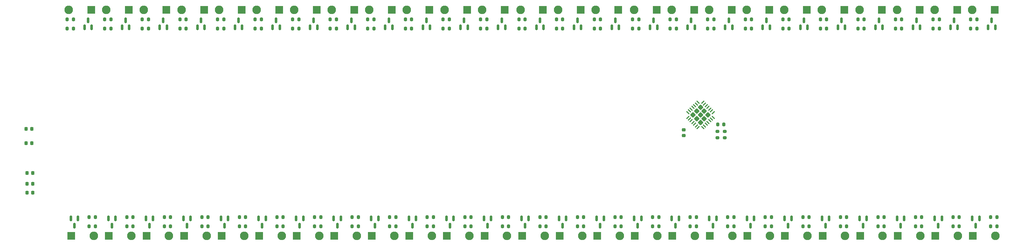
<source format=gbr>
%TF.GenerationSoftware,KiCad,Pcbnew,8.0.7*%
%TF.CreationDate,2025-01-10T02:59:42+01:00*%
%TF.ProjectId,laserboard_2.0,6c617365-7262-46f6-9172-645f322e302e,rev?*%
%TF.SameCoordinates,Original*%
%TF.FileFunction,Paste,Top*%
%TF.FilePolarity,Positive*%
%FSLAX46Y46*%
G04 Gerber Fmt 4.6, Leading zero omitted, Abs format (unit mm)*
G04 Created by KiCad (PCBNEW 8.0.7) date 2025-01-10 02:59:42*
%MOMM*%
%LPD*%
G01*
G04 APERTURE LIST*
G04 Aperture macros list*
%AMRoundRect*
0 Rectangle with rounded corners*
0 $1 Rounding radius*
0 $2 $3 $4 $5 $6 $7 $8 $9 X,Y pos of 4 corners*
0 Add a 4 corners polygon primitive as box body*
4,1,4,$2,$3,$4,$5,$6,$7,$8,$9,$2,$3,0*
0 Add four circle primitives for the rounded corners*
1,1,$1+$1,$2,$3*
1,1,$1+$1,$4,$5*
1,1,$1+$1,$6,$7*
1,1,$1+$1,$8,$9*
0 Add four rect primitives between the rounded corners*
20,1,$1+$1,$2,$3,$4,$5,0*
20,1,$1+$1,$4,$5,$6,$7,0*
20,1,$1+$1,$6,$7,$8,$9,0*
20,1,$1+$1,$8,$9,$2,$3,0*%
G04 Aperture macros list end*
%ADD10RoundRect,0.200000X-0.200000X-0.275000X0.200000X-0.275000X0.200000X0.275000X-0.200000X0.275000X0*%
%ADD11RoundRect,0.150000X-0.150000X0.587500X-0.150000X-0.587500X0.150000X-0.587500X0.150000X0.587500X0*%
%ADD12RoundRect,0.200000X0.200000X0.275000X-0.200000X0.275000X-0.200000X-0.275000X0.200000X-0.275000X0*%
%ADD13R,2.000000X2.000000*%
%ADD14C,2.286000*%
%ADD15RoundRect,0.150000X0.150000X-0.587500X0.150000X0.587500X-0.150000X0.587500X-0.150000X-0.587500X0*%
%ADD16RoundRect,0.225000X-0.225000X-0.250000X0.225000X-0.250000X0.225000X0.250000X-0.225000X0.250000X0*%
%ADD17RoundRect,0.225000X-0.250000X0.225000X-0.250000X-0.225000X0.250000X-0.225000X0.250000X0.225000X0*%
%ADD18RoundRect,0.200000X0.275000X-0.200000X0.275000X0.200000X-0.275000X0.200000X-0.275000X-0.200000X0*%
%ADD19RoundRect,0.250000X0.000000X-0.452548X0.452548X0.000000X0.000000X0.452548X-0.452548X0.000000X0*%
%ADD20RoundRect,0.075000X-0.256326X-0.362392X0.362392X0.256326X0.256326X0.362392X-0.362392X-0.256326X0*%
%ADD21RoundRect,0.075000X0.256326X-0.362392X0.362392X-0.256326X-0.256326X0.362392X-0.362392X0.256326X0*%
%ADD22RoundRect,0.218750X-0.218750X-0.256250X0.218750X-0.256250X0.218750X0.256250X-0.218750X0.256250X0*%
G04 APERTURE END LIST*
D10*
%TO.C,R86*%
X254175000Y-108000000D03*
X255825000Y-108000000D03*
%TD*%
D11*
%TO.C,Q16*%
X246500000Y-158625000D03*
X244600000Y-158625000D03*
X245550000Y-160500000D03*
%TD*%
%TO.C,Q20*%
X286500000Y-158625000D03*
X284600000Y-158625000D03*
X285550000Y-160500000D03*
%TD*%
D12*
%TO.C,R4*%
X101150000Y-158250000D03*
X99500000Y-158250000D03*
%TD*%
D13*
%TO.C,LD4*%
X124750000Y-163250000D03*
D14*
X130750000Y-163250000D03*
%TD*%
D15*
%TO.C,Q34*%
X178324999Y-107625000D03*
X180224999Y-107625000D03*
X179274999Y-105750000D03*
%TD*%
D12*
%TO.C,R38*%
X271150000Y-158250000D03*
X269500000Y-158250000D03*
%TD*%
%TO.C,R65*%
X145325000Y-105500000D03*
X143675000Y-105500000D03*
%TD*%
D10*
%TO.C,R23*%
X189500000Y-160750000D03*
X191150000Y-160750000D03*
%TD*%
D15*
%TO.C,Q48*%
X318824999Y-107625000D03*
X320724999Y-107625000D03*
X319774999Y-105750000D03*
%TD*%
%TO.C,Q44*%
X278824999Y-107625000D03*
X280724999Y-107625000D03*
X279774999Y-105750000D03*
%TD*%
D13*
%TO.C,LD27*%
X110025001Y-103000000D03*
D14*
X104025001Y-103000000D03*
%TD*%
D13*
%TO.C,LD35*%
X190075001Y-103000000D03*
D14*
X184075001Y-103000000D03*
%TD*%
D13*
%TO.C,LD34*%
X180075000Y-103000000D03*
D14*
X174075000Y-103000000D03*
%TD*%
D10*
%TO.C,R17*%
X159500000Y-160750000D03*
X161150000Y-160750000D03*
%TD*%
D15*
%TO.C,Q42*%
X258824999Y-107625000D03*
X260724999Y-107625000D03*
X259774999Y-105750000D03*
%TD*%
D13*
%TO.C,LD6*%
X144750000Y-163250000D03*
D14*
X150750000Y-163250000D03*
%TD*%
D12*
%TO.C,R6*%
X111150000Y-158250000D03*
X109500000Y-158250000D03*
%TD*%
%TO.C,R32*%
X241150000Y-158250000D03*
X239500000Y-158250000D03*
%TD*%
D10*
%TO.C,R5*%
X99500000Y-160750000D03*
X101150000Y-160750000D03*
%TD*%
%TO.C,R49*%
X319500000Y-160750000D03*
X321150000Y-160750000D03*
%TD*%
D16*
%TO.C,C2*%
X82950000Y-151750000D03*
X84500000Y-151750000D03*
%TD*%
%TO.C,C3*%
X82700000Y-138500000D03*
X84250000Y-138500000D03*
%TD*%
D13*
%TO.C,LD16*%
X244750000Y-163250000D03*
D14*
X250750000Y-163250000D03*
%TD*%
D10*
%TO.C,R84*%
X244175000Y-108000000D03*
X245825000Y-108000000D03*
%TD*%
D15*
%TO.C,Q46*%
X298824999Y-107625000D03*
X300724999Y-107625000D03*
X299774999Y-105750000D03*
%TD*%
D17*
%TO.C,C5*%
X257750000Y-134975000D03*
X257750000Y-136525000D03*
%TD*%
D11*
%TO.C,Q21*%
X296500000Y-158625000D03*
X294600000Y-158625000D03*
X295550000Y-160500000D03*
%TD*%
D13*
%TO.C,LD33*%
X170075000Y-103000000D03*
D14*
X164075000Y-103000000D03*
%TD*%
D12*
%TO.C,R24*%
X201150000Y-158250000D03*
X199500000Y-158250000D03*
%TD*%
D11*
%TO.C,Q22*%
X306500000Y-158625000D03*
X304600000Y-158625000D03*
X305550000Y-160500000D03*
%TD*%
D15*
%TO.C,Q40*%
X238624999Y-107625000D03*
X240524999Y-107625000D03*
X239574999Y-105750000D03*
%TD*%
D10*
%TO.C,R78*%
X213925000Y-108000000D03*
X215575000Y-108000000D03*
%TD*%
%TO.C,R47*%
X309500000Y-160750000D03*
X311150000Y-160750000D03*
%TD*%
D13*
%TO.C,LD25*%
X334750000Y-163250000D03*
D14*
X340750000Y-163250000D03*
%TD*%
D12*
%TO.C,R36*%
X261150000Y-158250000D03*
X259500000Y-158250000D03*
%TD*%
%TO.C,R26*%
X211150000Y-158250000D03*
X209500000Y-158250000D03*
%TD*%
%TO.C,R71*%
X175325000Y-105500000D03*
X173675000Y-105500000D03*
%TD*%
D13*
%TO.C,LD31*%
X150075000Y-103000000D03*
D14*
X144075000Y-103000000D03*
%TD*%
D10*
%TO.C,R45*%
X299500000Y-160750000D03*
X301150000Y-160750000D03*
%TD*%
D13*
%TO.C,LD43*%
X270575000Y-103000000D03*
D14*
X264575000Y-103000000D03*
%TD*%
D13*
%TO.C,LD19*%
X274750000Y-163250000D03*
D14*
X280750000Y-163250000D03*
%TD*%
D11*
%TO.C,Q18*%
X266500000Y-158625000D03*
X264600000Y-158625000D03*
X265550000Y-160500000D03*
%TD*%
D10*
%TO.C,R13*%
X139500000Y-160750000D03*
X141150000Y-160750000D03*
%TD*%
%TO.C,R92*%
X284175000Y-108000000D03*
X285825000Y-108000000D03*
%TD*%
%TO.C,R60*%
X123675001Y-108000000D03*
X125325001Y-108000000D03*
%TD*%
%TO.C,R9*%
X119500000Y-160750000D03*
X121150000Y-160750000D03*
%TD*%
D11*
%TO.C,Q15*%
X236500000Y-158625000D03*
X234600000Y-158625000D03*
X235550000Y-160500000D03*
%TD*%
D15*
%TO.C,Q31*%
X148324999Y-107625000D03*
X150224999Y-107625000D03*
X149274999Y-105750000D03*
%TD*%
D13*
%TO.C,LD14*%
X224750000Y-163250000D03*
D14*
X230750000Y-163250000D03*
%TD*%
D13*
%TO.C,LD36*%
X200125001Y-103000000D03*
D14*
X194125001Y-103000000D03*
%TD*%
D10*
%TO.C,R41*%
X279500000Y-160750000D03*
X281150000Y-160750000D03*
%TD*%
D18*
%TO.C,R2*%
X266750000Y-137075000D03*
X266750000Y-135425000D03*
%TD*%
D16*
%TO.C,C4*%
X82700000Y-134750000D03*
X84250000Y-134750000D03*
%TD*%
D15*
%TO.C,Q47*%
X308824999Y-107625000D03*
X310724999Y-107625000D03*
X309774999Y-105750000D03*
%TD*%
D10*
%TO.C,R56*%
X103625001Y-108000000D03*
X105275001Y-108000000D03*
%TD*%
D13*
%TO.C,LD46*%
X300575000Y-103000000D03*
D14*
X294575000Y-103000000D03*
%TD*%
D15*
%TO.C,Q33*%
X168324999Y-107625000D03*
X170224999Y-107625000D03*
X169274999Y-105750000D03*
%TD*%
D10*
%TO.C,R88*%
X264175000Y-108000000D03*
X265825000Y-108000000D03*
%TD*%
D15*
%TO.C,Q38*%
X218574999Y-107625000D03*
X220474999Y-107625000D03*
X219524999Y-105750000D03*
%TD*%
D13*
%TO.C,LD40*%
X240375000Y-103000000D03*
D14*
X234375000Y-103000000D03*
%TD*%
D12*
%TO.C,R99*%
X315825000Y-105500000D03*
X314175000Y-105500000D03*
%TD*%
D13*
%TO.C,LD22*%
X304750000Y-163250000D03*
D14*
X310750000Y-163250000D03*
%TD*%
D10*
%TO.C,R29*%
X219500000Y-160750000D03*
X221150000Y-160750000D03*
%TD*%
D13*
%TO.C,LD28*%
X120025001Y-103000000D03*
D14*
X114025001Y-103000000D03*
%TD*%
D12*
%TO.C,R69*%
X165325000Y-105500000D03*
X163675000Y-105500000D03*
%TD*%
D11*
%TO.C,Q25*%
X336500000Y-158625000D03*
X334600000Y-158625000D03*
X335550000Y-160500000D03*
%TD*%
D12*
%TO.C,R16*%
X161150000Y-158250000D03*
X159500000Y-158250000D03*
%TD*%
D10*
%TO.C,R96*%
X304175000Y-108000000D03*
X305825000Y-108000000D03*
%TD*%
D13*
%TO.C,LD47*%
X310575000Y-103000000D03*
D14*
X304575000Y-103000000D03*
%TD*%
D10*
%TO.C,R72*%
X183675001Y-108000000D03*
X185325001Y-108000000D03*
%TD*%
D11*
%TO.C,Q11*%
X196500000Y-158625000D03*
X194600000Y-158625000D03*
X195550000Y-160500000D03*
%TD*%
D12*
%TO.C,R22*%
X191150000Y-158250000D03*
X189500000Y-158250000D03*
%TD*%
D19*
%TO.C,Expander*%
X261237725Y-132004092D03*
X260233634Y-131000000D03*
X262241817Y-133008183D03*
X261237725Y-129995908D03*
X262241817Y-131000000D03*
X263245909Y-132004092D03*
X262241817Y-128991817D03*
X264250000Y-131000000D03*
X263245909Y-129995908D03*
D20*
X258856543Y-131627557D03*
X259316163Y-132087177D03*
X259775782Y-132546796D03*
X260235402Y-133006415D03*
X260695021Y-133466035D03*
X261154640Y-133925654D03*
X261614260Y-134385274D03*
D21*
X262869374Y-134385274D03*
X263328994Y-133925654D03*
X263788613Y-133466035D03*
X264248232Y-133006415D03*
X264707852Y-132546796D03*
X265167471Y-132087177D03*
X265627091Y-131627557D03*
D20*
X265627091Y-130372443D03*
X265167471Y-129912823D03*
X264707852Y-129453204D03*
X264248232Y-128993585D03*
X263788613Y-128533965D03*
X263328994Y-128074346D03*
X262869374Y-127614726D03*
D21*
X261614260Y-127614726D03*
X261154640Y-128074346D03*
X260695021Y-128533965D03*
X260235402Y-128993585D03*
X259775782Y-129453204D03*
X259316163Y-129912823D03*
X258856543Y-130372443D03*
%TD*%
D11*
%TO.C,Q24*%
X326500000Y-158625000D03*
X324600000Y-158625000D03*
X325550000Y-160500000D03*
%TD*%
D12*
%TO.C,R12*%
X141150000Y-158250000D03*
X139500000Y-158250000D03*
%TD*%
D13*
%TO.C,LD11*%
X194750000Y-163250000D03*
D14*
X200750000Y-163250000D03*
%TD*%
D10*
%TO.C,R35*%
X249500000Y-160750000D03*
X251150000Y-160750000D03*
%TD*%
%TO.C,R37*%
X259500000Y-160750000D03*
X261150000Y-160750000D03*
%TD*%
D12*
%TO.C,R20*%
X181150000Y-158250000D03*
X179500000Y-158250000D03*
%TD*%
D10*
%TO.C,R11*%
X129500000Y-160750000D03*
X131150000Y-160750000D03*
%TD*%
%TO.C,R74*%
X193725001Y-108000000D03*
X195375001Y-108000000D03*
%TD*%
D13*
%TO.C,LD12*%
X204750000Y-163250000D03*
D14*
X210750000Y-163250000D03*
%TD*%
D13*
%TO.C,LD9*%
X174750000Y-163250000D03*
D14*
X180750000Y-163250000D03*
%TD*%
D13*
%TO.C,LD20*%
X284750000Y-163250000D03*
D14*
X290750000Y-163250000D03*
%TD*%
D10*
%TO.C,R54*%
X93625001Y-108000000D03*
X95275001Y-108000000D03*
%TD*%
D18*
%TO.C,R3*%
X268750000Y-137075000D03*
X268750000Y-135425000D03*
%TD*%
D10*
%TO.C,R7*%
X109500000Y-160750000D03*
X111150000Y-160750000D03*
%TD*%
%TO.C,R90*%
X274175000Y-108000000D03*
X275825000Y-108000000D03*
%TD*%
D12*
%TO.C,R10*%
X131150000Y-158250000D03*
X129500000Y-158250000D03*
%TD*%
D15*
%TO.C,Q50*%
X338824999Y-107625000D03*
X340724999Y-107625000D03*
X339774999Y-105750000D03*
%TD*%
%TO.C,Q36*%
X198375000Y-107625000D03*
X200275000Y-107625000D03*
X199325000Y-105750000D03*
%TD*%
D10*
%TO.C,R53*%
X339500000Y-160750000D03*
X341150000Y-160750000D03*
%TD*%
D12*
%TO.C,R40*%
X281150000Y-158250000D03*
X279500000Y-158250000D03*
%TD*%
%TO.C,R55*%
X95275001Y-105500000D03*
X93625001Y-105500000D03*
%TD*%
%TO.C,R44*%
X301150000Y-158250000D03*
X299500000Y-158250000D03*
%TD*%
D15*
%TO.C,Q35*%
X188325000Y-107625000D03*
X190225000Y-107625000D03*
X189275000Y-105750000D03*
%TD*%
D12*
%TO.C,R57*%
X105275001Y-105500000D03*
X103625001Y-105500000D03*
%TD*%
D13*
%TO.C,LD1*%
X94750000Y-163250000D03*
D14*
X100750000Y-163250000D03*
%TD*%
D13*
%TO.C,LD2*%
X104750000Y-163250000D03*
D14*
X110750000Y-163250000D03*
%TD*%
D13*
%TO.C,LD24*%
X324750000Y-163250000D03*
D14*
X330750000Y-163250000D03*
%TD*%
D11*
%TO.C,Q4*%
X126500000Y-158625000D03*
X124600000Y-158625000D03*
X125550000Y-160500000D03*
%TD*%
%TO.C,Q8*%
X166500000Y-158625000D03*
X164600000Y-158625000D03*
X165550000Y-160500000D03*
%TD*%
D10*
%TO.C,R43*%
X289500000Y-160750000D03*
X291150000Y-160750000D03*
%TD*%
D15*
%TO.C,Q27*%
X108275000Y-107625000D03*
X110175000Y-107625000D03*
X109225000Y-105750000D03*
%TD*%
D16*
%TO.C,C1*%
X82950000Y-149375000D03*
X84500000Y-149375000D03*
%TD*%
D10*
%TO.C,R80*%
X223925000Y-108000000D03*
X225575000Y-108000000D03*
%TD*%
%TO.C,R51*%
X329500000Y-160750000D03*
X331150000Y-160750000D03*
%TD*%
D13*
%TO.C,LD5*%
X134750000Y-163250000D03*
D14*
X140750000Y-163250000D03*
%TD*%
D10*
%TO.C,R39*%
X269500000Y-160750000D03*
X271150000Y-160750000D03*
%TD*%
%TO.C,R98*%
X314175000Y-108000000D03*
X315825000Y-108000000D03*
%TD*%
D12*
%TO.C,R52*%
X341150000Y-158250000D03*
X339500000Y-158250000D03*
%TD*%
%TO.C,R97*%
X305825000Y-105500000D03*
X304175000Y-105500000D03*
%TD*%
D13*
%TO.C,LD32*%
X160075000Y-103000000D03*
D14*
X154075000Y-103000000D03*
%TD*%
D15*
%TO.C,Q28*%
X118275000Y-107625000D03*
X120175000Y-107625000D03*
X119225000Y-105750000D03*
%TD*%
%TO.C,Q29*%
X128325000Y-107625000D03*
X130225000Y-107625000D03*
X129275000Y-105750000D03*
%TD*%
D12*
%TO.C,R48*%
X321150000Y-158250000D03*
X319500000Y-158250000D03*
%TD*%
%TO.C,R63*%
X135325000Y-105500000D03*
X133675000Y-105500000D03*
%TD*%
D10*
%TO.C,R15*%
X149500000Y-160750000D03*
X151150000Y-160750000D03*
%TD*%
D13*
%TO.C,LD39*%
X230325000Y-103000000D03*
D14*
X224325000Y-103000000D03*
%TD*%
D10*
%TO.C,R62*%
X133675000Y-108000000D03*
X135325000Y-108000000D03*
%TD*%
D13*
%TO.C,LD41*%
X250575000Y-103000000D03*
D14*
X244575000Y-103000000D03*
%TD*%
D11*
%TO.C,Q9*%
X176500000Y-158625000D03*
X174600000Y-158625000D03*
X175550000Y-160500000D03*
%TD*%
D13*
%TO.C,LD45*%
X290575000Y-103000000D03*
D14*
X284575000Y-103000000D03*
%TD*%
D10*
%TO.C,R27*%
X209500000Y-160750000D03*
X211150000Y-160750000D03*
%TD*%
D11*
%TO.C,Q7*%
X156500000Y-158625000D03*
X154600000Y-158625000D03*
X155550000Y-160500000D03*
%TD*%
D15*
%TO.C,Q37*%
X208375000Y-107625000D03*
X210275000Y-107625000D03*
X209325000Y-105750000D03*
%TD*%
D12*
%TO.C,R28*%
X221150000Y-158250000D03*
X219500000Y-158250000D03*
%TD*%
D10*
%TO.C,R100*%
X324175000Y-108000000D03*
X325825000Y-108000000D03*
%TD*%
D13*
%TO.C,LD50*%
X340575000Y-103000000D03*
D14*
X334575000Y-103000000D03*
%TD*%
D12*
%TO.C,R59*%
X115275001Y-105500000D03*
X113625001Y-105500000D03*
%TD*%
D11*
%TO.C,Q3*%
X116500000Y-158625000D03*
X114600000Y-158625000D03*
X115550000Y-160500000D03*
%TD*%
%TO.C,Q5*%
X136500000Y-158625000D03*
X134600000Y-158625000D03*
X135550000Y-160500000D03*
%TD*%
%TO.C,Q23*%
X316500000Y-158625000D03*
X314600000Y-158625000D03*
X315550000Y-160500000D03*
%TD*%
D12*
%TO.C,R93*%
X285825000Y-105500000D03*
X284175000Y-105500000D03*
%TD*%
%TO.C,R1*%
X268500000Y-133500000D03*
X266850000Y-133500000D03*
%TD*%
D15*
%TO.C,Q43*%
X268824999Y-107625000D03*
X270724999Y-107625000D03*
X269774999Y-105750000D03*
%TD*%
D12*
%TO.C,R87*%
X255825000Y-105500000D03*
X254175000Y-105500000D03*
%TD*%
D10*
%TO.C,R58*%
X113625001Y-108000000D03*
X115275001Y-108000000D03*
%TD*%
D12*
%TO.C,R42*%
X291150000Y-158250000D03*
X289500000Y-158250000D03*
%TD*%
D13*
%TO.C,LD42*%
X260575000Y-103000000D03*
D14*
X254575000Y-103000000D03*
%TD*%
D13*
%TO.C,LD30*%
X140075000Y-103000000D03*
D14*
X134075000Y-103000000D03*
%TD*%
D10*
%TO.C,R19*%
X169500000Y-160750000D03*
X171150000Y-160750000D03*
%TD*%
D11*
%TO.C,Q17*%
X256500000Y-158625000D03*
X254600000Y-158625000D03*
X255550000Y-160500000D03*
%TD*%
D15*
%TO.C,Q49*%
X328824999Y-107625000D03*
X330724999Y-107625000D03*
X329774999Y-105750000D03*
%TD*%
D12*
%TO.C,R81*%
X225575000Y-105500000D03*
X223925000Y-105500000D03*
%TD*%
D22*
%TO.C,F1*%
X82937500Y-146500000D03*
X84512500Y-146500000D03*
%TD*%
D13*
%TO.C,LD29*%
X130075001Y-103000000D03*
D14*
X124075001Y-103000000D03*
%TD*%
D10*
%TO.C,R76*%
X203725001Y-108000000D03*
X205375001Y-108000000D03*
%TD*%
D13*
%TO.C,LD3*%
X114750000Y-163250000D03*
D14*
X120750000Y-163250000D03*
%TD*%
D10*
%TO.C,R102*%
X334175000Y-108000000D03*
X335825000Y-108000000D03*
%TD*%
D11*
%TO.C,Q1*%
X96500000Y-158625000D03*
X94600000Y-158625000D03*
X95550000Y-160500000D03*
%TD*%
D13*
%TO.C,LD13*%
X214750000Y-163250000D03*
D14*
X220750000Y-163250000D03*
%TD*%
D12*
%TO.C,R83*%
X235625000Y-105500000D03*
X233975000Y-105500000D03*
%TD*%
D13*
%TO.C,LD48*%
X320575000Y-103000000D03*
D14*
X314575000Y-103000000D03*
%TD*%
D12*
%TO.C,R73*%
X185325001Y-105500000D03*
X183675001Y-105500000D03*
%TD*%
D10*
%TO.C,R64*%
X143675000Y-108000000D03*
X145325000Y-108000000D03*
%TD*%
D12*
%TO.C,R89*%
X265825000Y-105500000D03*
X264175000Y-105500000D03*
%TD*%
D13*
%TO.C,LD21*%
X294750000Y-163250000D03*
D14*
X300750000Y-163250000D03*
%TD*%
D10*
%TO.C,R66*%
X153675000Y-108000000D03*
X155325000Y-108000000D03*
%TD*%
D13*
%TO.C,LD8*%
X164750000Y-163250000D03*
D14*
X170750000Y-163250000D03*
%TD*%
D12*
%TO.C,R14*%
X151150000Y-158250000D03*
X149500000Y-158250000D03*
%TD*%
%TO.C,R61*%
X125325001Y-105500000D03*
X123675001Y-105500000D03*
%TD*%
%TO.C,R103*%
X335825000Y-105500000D03*
X334175000Y-105500000D03*
%TD*%
%TO.C,R34*%
X251150000Y-158250000D03*
X249500000Y-158250000D03*
%TD*%
%TO.C,R75*%
X195375001Y-105500000D03*
X193725001Y-105500000D03*
%TD*%
D10*
%TO.C,R70*%
X173675000Y-108000000D03*
X175325000Y-108000000D03*
%TD*%
D12*
%TO.C,R79*%
X215575000Y-105500000D03*
X213925000Y-105500000D03*
%TD*%
D11*
%TO.C,Q10*%
X186500000Y-158625000D03*
X184600000Y-158625000D03*
X185550000Y-160500000D03*
%TD*%
D12*
%TO.C,R77*%
X205375001Y-105500000D03*
X203725001Y-105500000D03*
%TD*%
D13*
%TO.C,LD10*%
X184750000Y-163250000D03*
D14*
X190750000Y-163250000D03*
%TD*%
D13*
%TO.C,LD23*%
X314750000Y-163250000D03*
D14*
X320750000Y-163250000D03*
%TD*%
D10*
%TO.C,R82*%
X233975000Y-108000000D03*
X235625000Y-108000000D03*
%TD*%
D13*
%TO.C,LD7*%
X154750000Y-163250000D03*
D14*
X160750000Y-163250000D03*
%TD*%
D13*
%TO.C,LD37*%
X210125001Y-103000000D03*
D14*
X204125001Y-103000000D03*
%TD*%
D11*
%TO.C,Q14*%
X226500000Y-158625000D03*
X224600000Y-158625000D03*
X225550000Y-160500000D03*
%TD*%
%TO.C,Q2*%
X106500000Y-158625000D03*
X104600000Y-158625000D03*
X105550000Y-160500000D03*
%TD*%
D13*
%TO.C,LD49*%
X330575000Y-103000000D03*
D14*
X324575000Y-103000000D03*
%TD*%
D13*
%TO.C,LD15*%
X234750000Y-163250000D03*
D14*
X240750000Y-163250000D03*
%TD*%
D12*
%TO.C,R46*%
X311150000Y-158250000D03*
X309500000Y-158250000D03*
%TD*%
%TO.C,R91*%
X275825000Y-105500000D03*
X274175000Y-105500000D03*
%TD*%
D13*
%TO.C,LD18*%
X264750000Y-163250000D03*
D14*
X270750000Y-163250000D03*
%TD*%
D15*
%TO.C,Q41*%
X248824999Y-107625000D03*
X250724999Y-107625000D03*
X249774999Y-105750000D03*
%TD*%
D10*
%TO.C,R33*%
X239500000Y-160750000D03*
X241150000Y-160750000D03*
%TD*%
%TO.C,R21*%
X179500000Y-160750000D03*
X181150000Y-160750000D03*
%TD*%
%TO.C,R68*%
X163675000Y-108000000D03*
X165325000Y-108000000D03*
%TD*%
D15*
%TO.C,Q39*%
X228574999Y-107625000D03*
X230474999Y-107625000D03*
X229524999Y-105750000D03*
%TD*%
D11*
%TO.C,Q19*%
X276500000Y-158625000D03*
X274600000Y-158625000D03*
X275550000Y-160500000D03*
%TD*%
D12*
%TO.C,R101*%
X325825000Y-105500000D03*
X324175000Y-105500000D03*
%TD*%
D13*
%TO.C,LD38*%
X220325000Y-103000000D03*
D14*
X214325000Y-103000000D03*
%TD*%
D12*
%TO.C,R50*%
X331150000Y-158250000D03*
X329500000Y-158250000D03*
%TD*%
D10*
%TO.C,R25*%
X199500000Y-160750000D03*
X201150000Y-160750000D03*
%TD*%
D13*
%TO.C,LD26*%
X100025001Y-103000000D03*
D14*
X94025001Y-103000000D03*
%TD*%
D15*
%TO.C,Q32*%
X158324999Y-107625000D03*
X160224999Y-107625000D03*
X159274999Y-105750000D03*
%TD*%
D12*
%TO.C,R18*%
X171150000Y-158250000D03*
X169500000Y-158250000D03*
%TD*%
D10*
%TO.C,R31*%
X229500000Y-160750000D03*
X231150000Y-160750000D03*
%TD*%
D12*
%TO.C,R95*%
X295825000Y-105500000D03*
X294175000Y-105500000D03*
%TD*%
D10*
%TO.C,R94*%
X294175000Y-108000000D03*
X295825000Y-108000000D03*
%TD*%
D15*
%TO.C,Q30*%
X138324999Y-107625000D03*
X140224999Y-107625000D03*
X139274999Y-105750000D03*
%TD*%
D11*
%TO.C,Q13*%
X216500000Y-158625000D03*
X214600000Y-158625000D03*
X215550000Y-160500000D03*
%TD*%
D12*
%TO.C,R8*%
X121150000Y-158250000D03*
X119500000Y-158250000D03*
%TD*%
%TO.C,R30*%
X231150000Y-158250000D03*
X229500000Y-158250000D03*
%TD*%
D15*
%TO.C,Q26*%
X98275000Y-107625000D03*
X100175000Y-107625000D03*
X99225000Y-105750000D03*
%TD*%
D12*
%TO.C,R85*%
X245825000Y-105500000D03*
X244175000Y-105500000D03*
%TD*%
D11*
%TO.C,Q12*%
X206500000Y-158625000D03*
X204600000Y-158625000D03*
X205550000Y-160500000D03*
%TD*%
%TO.C,Q6*%
X146500000Y-158625000D03*
X144600000Y-158625000D03*
X145550000Y-160500000D03*
%TD*%
D13*
%TO.C,LD44*%
X280575000Y-103000000D03*
D14*
X274575000Y-103000000D03*
%TD*%
D15*
%TO.C,Q45*%
X288824999Y-107625000D03*
X290724999Y-107625000D03*
X289774999Y-105750000D03*
%TD*%
D12*
%TO.C,R67*%
X155325000Y-105500000D03*
X153675000Y-105500000D03*
%TD*%
D13*
%TO.C,LD17*%
X254750000Y-163250000D03*
D14*
X260750000Y-163250000D03*
%TD*%
M02*

</source>
